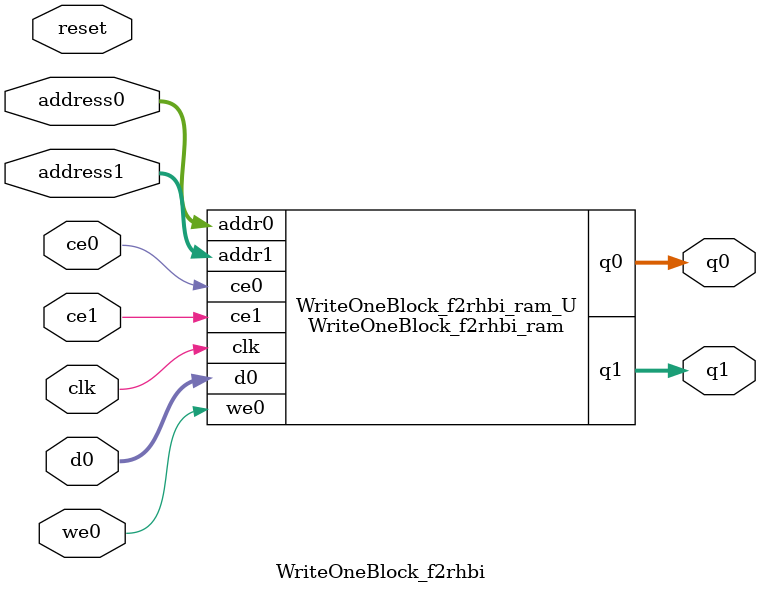
<source format=v>

`timescale 1 ns / 1 ps
module WriteOneBlock_f2rhbi_ram (addr0, ce0, d0, we0, q0, addr1, ce1, q1,  clk);

parameter DWIDTH = 8;
parameter AWIDTH = 11;
parameter MEM_SIZE = 1327;

input[AWIDTH-1:0] addr0;
input ce0;
input[DWIDTH-1:0] d0;
input we0;
output reg[DWIDTH-1:0] q0;
input[AWIDTH-1:0] addr1;
input ce1;
output reg[DWIDTH-1:0] q1;
input clk;

(* ram_style = "block" *)reg [DWIDTH-1:0] ram[0:MEM_SIZE-1];




always @(posedge clk)  
begin 
    if (ce0) 
    begin
        if (we0) 
        begin 
            ram[addr0] <= d0; 
            q0 <= d0;
        end 
        else 
            q0 <= ram[addr0];
    end
end


always @(posedge clk)  
begin 
    if (ce1) 
    begin
            q1 <= ram[addr1];
    end
end


endmodule


`timescale 1 ns / 1 ps
module WriteOneBlock_f2rhbi(
    reset,
    clk,
    address0,
    ce0,
    we0,
    d0,
    q0,
    address1,
    ce1,
    q1);

parameter DataWidth = 32'd8;
parameter AddressRange = 32'd1327;
parameter AddressWidth = 32'd11;
input reset;
input clk;
input[AddressWidth - 1:0] address0;
input ce0;
input we0;
input[DataWidth - 1:0] d0;
output[DataWidth - 1:0] q0;
input[AddressWidth - 1:0] address1;
input ce1;
output[DataWidth - 1:0] q1;



WriteOneBlock_f2rhbi_ram WriteOneBlock_f2rhbi_ram_U(
    .clk( clk ),
    .addr0( address0 ),
    .ce0( ce0 ),
    .d0( d0 ),
    .we0( we0 ),
    .q0( q0 ),
    .addr1( address1 ),
    .ce1( ce1 ),
    .q1( q1 ));

endmodule


</source>
